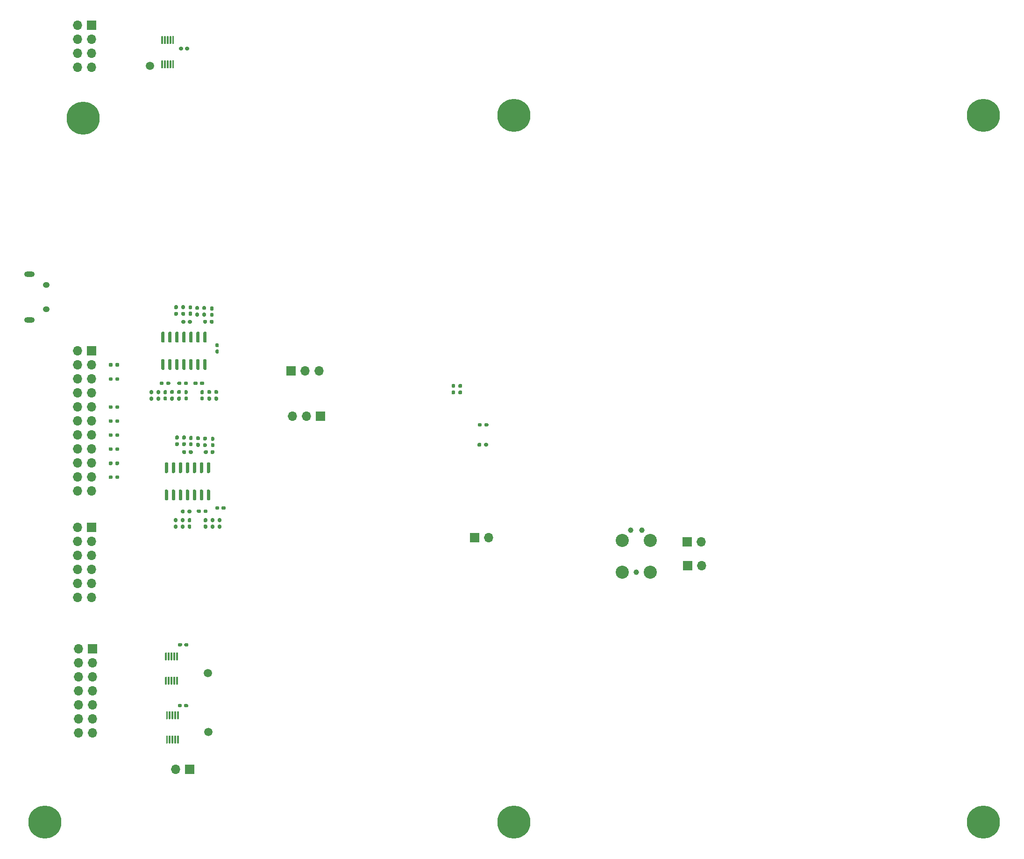
<source format=gts>
G04 #@! TF.GenerationSoftware,KiCad,Pcbnew,(5.1.9)-1*
G04 #@! TF.CreationDate,2021-06-08T08:09:59+01:00*
G04 #@! TF.ProjectId,Looper_Board,4c6f6f70-6572-45f4-926f-6172642e6b69,rev?*
G04 #@! TF.SameCoordinates,Original*
G04 #@! TF.FileFunction,Soldermask,Top*
G04 #@! TF.FilePolarity,Negative*
%FSLAX46Y46*%
G04 Gerber Fmt 4.6, Leading zero omitted, Abs format (unit mm)*
G04 Created by KiCad (PCBNEW (5.1.9)-1) date 2021-06-08 08:09:59*
%MOMM*%
%LPD*%
G01*
G04 APERTURE LIST*
%ADD10R,1.700000X1.700000*%
%ADD11O,1.700000X1.700000*%
%ADD12O,1.250000X1.050000*%
%ADD13O,1.900000X1.000000*%
%ADD14C,1.500000*%
%ADD15C,2.374900*%
%ADD16C,0.990600*%
%ADD17C,0.800000*%
%ADD18C,6.000000*%
G04 APERTURE END LIST*
G36*
G01*
X93004500Y-109792900D02*
X93304500Y-109792900D01*
G75*
G02*
X93454500Y-109942900I0J-150000D01*
G01*
X93454500Y-111592900D01*
G75*
G02*
X93304500Y-111742900I-150000J0D01*
G01*
X93004500Y-111742900D01*
G75*
G02*
X92854500Y-111592900I0J150000D01*
G01*
X92854500Y-109942900D01*
G75*
G02*
X93004500Y-109792900I150000J0D01*
G01*
G37*
G36*
G01*
X91734500Y-109792900D02*
X92034500Y-109792900D01*
G75*
G02*
X92184500Y-109942900I0J-150000D01*
G01*
X92184500Y-111592900D01*
G75*
G02*
X92034500Y-111742900I-150000J0D01*
G01*
X91734500Y-111742900D01*
G75*
G02*
X91584500Y-111592900I0J150000D01*
G01*
X91584500Y-109942900D01*
G75*
G02*
X91734500Y-109792900I150000J0D01*
G01*
G37*
G36*
G01*
X90464500Y-109792900D02*
X90764500Y-109792900D01*
G75*
G02*
X90914500Y-109942900I0J-150000D01*
G01*
X90914500Y-111592900D01*
G75*
G02*
X90764500Y-111742900I-150000J0D01*
G01*
X90464500Y-111742900D01*
G75*
G02*
X90314500Y-111592900I0J150000D01*
G01*
X90314500Y-109942900D01*
G75*
G02*
X90464500Y-109792900I150000J0D01*
G01*
G37*
G36*
G01*
X89194500Y-109792900D02*
X89494500Y-109792900D01*
G75*
G02*
X89644500Y-109942900I0J-150000D01*
G01*
X89644500Y-111592900D01*
G75*
G02*
X89494500Y-111742900I-150000J0D01*
G01*
X89194500Y-111742900D01*
G75*
G02*
X89044500Y-111592900I0J150000D01*
G01*
X89044500Y-109942900D01*
G75*
G02*
X89194500Y-109792900I150000J0D01*
G01*
G37*
G36*
G01*
X87924500Y-109792900D02*
X88224500Y-109792900D01*
G75*
G02*
X88374500Y-109942900I0J-150000D01*
G01*
X88374500Y-111592900D01*
G75*
G02*
X88224500Y-111742900I-150000J0D01*
G01*
X87924500Y-111742900D01*
G75*
G02*
X87774500Y-111592900I0J150000D01*
G01*
X87774500Y-109942900D01*
G75*
G02*
X87924500Y-109792900I150000J0D01*
G01*
G37*
G36*
G01*
X86654500Y-109792900D02*
X86954500Y-109792900D01*
G75*
G02*
X87104500Y-109942900I0J-150000D01*
G01*
X87104500Y-111592900D01*
G75*
G02*
X86954500Y-111742900I-150000J0D01*
G01*
X86654500Y-111742900D01*
G75*
G02*
X86504500Y-111592900I0J150000D01*
G01*
X86504500Y-109942900D01*
G75*
G02*
X86654500Y-109792900I150000J0D01*
G01*
G37*
G36*
G01*
X85384500Y-109792900D02*
X85684500Y-109792900D01*
G75*
G02*
X85834500Y-109942900I0J-150000D01*
G01*
X85834500Y-111592900D01*
G75*
G02*
X85684500Y-111742900I-150000J0D01*
G01*
X85384500Y-111742900D01*
G75*
G02*
X85234500Y-111592900I0J150000D01*
G01*
X85234500Y-109942900D01*
G75*
G02*
X85384500Y-109792900I150000J0D01*
G01*
G37*
G36*
G01*
X85384500Y-104842900D02*
X85684500Y-104842900D01*
G75*
G02*
X85834500Y-104992900I0J-150000D01*
G01*
X85834500Y-106642900D01*
G75*
G02*
X85684500Y-106792900I-150000J0D01*
G01*
X85384500Y-106792900D01*
G75*
G02*
X85234500Y-106642900I0J150000D01*
G01*
X85234500Y-104992900D01*
G75*
G02*
X85384500Y-104842900I150000J0D01*
G01*
G37*
G36*
G01*
X86654500Y-104842900D02*
X86954500Y-104842900D01*
G75*
G02*
X87104500Y-104992900I0J-150000D01*
G01*
X87104500Y-106642900D01*
G75*
G02*
X86954500Y-106792900I-150000J0D01*
G01*
X86654500Y-106792900D01*
G75*
G02*
X86504500Y-106642900I0J150000D01*
G01*
X86504500Y-104992900D01*
G75*
G02*
X86654500Y-104842900I150000J0D01*
G01*
G37*
G36*
G01*
X87924500Y-104842900D02*
X88224500Y-104842900D01*
G75*
G02*
X88374500Y-104992900I0J-150000D01*
G01*
X88374500Y-106642900D01*
G75*
G02*
X88224500Y-106792900I-150000J0D01*
G01*
X87924500Y-106792900D01*
G75*
G02*
X87774500Y-106642900I0J150000D01*
G01*
X87774500Y-104992900D01*
G75*
G02*
X87924500Y-104842900I150000J0D01*
G01*
G37*
G36*
G01*
X89194500Y-104842900D02*
X89494500Y-104842900D01*
G75*
G02*
X89644500Y-104992900I0J-150000D01*
G01*
X89644500Y-106642900D01*
G75*
G02*
X89494500Y-106792900I-150000J0D01*
G01*
X89194500Y-106792900D01*
G75*
G02*
X89044500Y-106642900I0J150000D01*
G01*
X89044500Y-104992900D01*
G75*
G02*
X89194500Y-104842900I150000J0D01*
G01*
G37*
G36*
G01*
X90464500Y-104842900D02*
X90764500Y-104842900D01*
G75*
G02*
X90914500Y-104992900I0J-150000D01*
G01*
X90914500Y-106642900D01*
G75*
G02*
X90764500Y-106792900I-150000J0D01*
G01*
X90464500Y-106792900D01*
G75*
G02*
X90314500Y-106642900I0J150000D01*
G01*
X90314500Y-104992900D01*
G75*
G02*
X90464500Y-104842900I150000J0D01*
G01*
G37*
G36*
G01*
X91734500Y-104842900D02*
X92034500Y-104842900D01*
G75*
G02*
X92184500Y-104992900I0J-150000D01*
G01*
X92184500Y-106642900D01*
G75*
G02*
X92034500Y-106792900I-150000J0D01*
G01*
X91734500Y-106792900D01*
G75*
G02*
X91584500Y-106642900I0J150000D01*
G01*
X91584500Y-104992900D01*
G75*
G02*
X91734500Y-104842900I150000J0D01*
G01*
G37*
G36*
G01*
X93004500Y-104842900D02*
X93304500Y-104842900D01*
G75*
G02*
X93454500Y-104992900I0J-150000D01*
G01*
X93454500Y-106642900D01*
G75*
G02*
X93304500Y-106792900I-150000J0D01*
G01*
X93004500Y-106792900D01*
G75*
G02*
X92854500Y-106642900I0J150000D01*
G01*
X92854500Y-104992900D01*
G75*
G02*
X93004500Y-104842900I150000J0D01*
G01*
G37*
D10*
X90360500Y-184099200D03*
D11*
X87820500Y-184099200D03*
G36*
G01*
X94554100Y-100980900D02*
X94244100Y-100980900D01*
G75*
G02*
X94089100Y-100825900I0J155000D01*
G01*
X94089100Y-100400900D01*
G75*
G02*
X94244100Y-100245900I155000J0D01*
G01*
X94554100Y-100245900D01*
G75*
G02*
X94709100Y-100400900I0J-155000D01*
G01*
X94709100Y-100825900D01*
G75*
G02*
X94554100Y-100980900I-155000J0D01*
G01*
G37*
G36*
G01*
X94554100Y-102115900D02*
X94244100Y-102115900D01*
G75*
G02*
X94089100Y-101960900I0J155000D01*
G01*
X94089100Y-101535900D01*
G75*
G02*
X94244100Y-101380900I155000J0D01*
G01*
X94554100Y-101380900D01*
G75*
G02*
X94709100Y-101535900I0J-155000D01*
G01*
X94709100Y-101960900D01*
G75*
G02*
X94554100Y-102115900I-155000J0D01*
G01*
G37*
G36*
G01*
X89392100Y-161724400D02*
X89392100Y-161414400D01*
G75*
G02*
X89547100Y-161259400I155000J0D01*
G01*
X89972100Y-161259400D01*
G75*
G02*
X90127100Y-161414400I0J-155000D01*
G01*
X90127100Y-161724400D01*
G75*
G02*
X89972100Y-161879400I-155000J0D01*
G01*
X89547100Y-161879400D01*
G75*
G02*
X89392100Y-161724400I0J155000D01*
G01*
G37*
G36*
G01*
X88257100Y-161724400D02*
X88257100Y-161414400D01*
G75*
G02*
X88412100Y-161259400I155000J0D01*
G01*
X88837100Y-161259400D01*
G75*
G02*
X88992100Y-161414400I0J-155000D01*
G01*
X88992100Y-161724400D01*
G75*
G02*
X88837100Y-161879400I-155000J0D01*
G01*
X88412100Y-161879400D01*
G75*
G02*
X88257100Y-161724400I0J155000D01*
G01*
G37*
G36*
G01*
X89557800Y-116544700D02*
X89867800Y-116544700D01*
G75*
G02*
X90022800Y-116699700I0J-155000D01*
G01*
X90022800Y-117124700D01*
G75*
G02*
X89867800Y-117279700I-155000J0D01*
G01*
X89557800Y-117279700D01*
G75*
G02*
X89402800Y-117124700I0J155000D01*
G01*
X89402800Y-116699700D01*
G75*
G02*
X89557800Y-116544700I155000J0D01*
G01*
G37*
G36*
G01*
X89557800Y-115409700D02*
X89867800Y-115409700D01*
G75*
G02*
X90022800Y-115564700I0J-155000D01*
G01*
X90022800Y-115989700D01*
G75*
G02*
X89867800Y-116144700I-155000J0D01*
G01*
X89557800Y-116144700D01*
G75*
G02*
X89402800Y-115989700I0J155000D01*
G01*
X89402800Y-115564700D01*
G75*
G02*
X89557800Y-115409700I155000J0D01*
G01*
G37*
G36*
G01*
X92478800Y-115409700D02*
X92788800Y-115409700D01*
G75*
G02*
X92943800Y-115564700I0J-155000D01*
G01*
X92943800Y-115989700D01*
G75*
G02*
X92788800Y-116144700I-155000J0D01*
G01*
X92478800Y-116144700D01*
G75*
G02*
X92323800Y-115989700I0J155000D01*
G01*
X92323800Y-115564700D01*
G75*
G02*
X92478800Y-115409700I155000J0D01*
G01*
G37*
G36*
G01*
X92478800Y-116544700D02*
X92788800Y-116544700D01*
G75*
G02*
X92943800Y-116699700I0J-155000D01*
G01*
X92943800Y-117124700D01*
G75*
G02*
X92788800Y-117279700I-155000J0D01*
G01*
X92478800Y-117279700D01*
G75*
G02*
X92323800Y-117124700I0J155000D01*
G01*
X92323800Y-116699700D01*
G75*
G02*
X92478800Y-116544700I155000J0D01*
G01*
G37*
G36*
G01*
X94693800Y-125737900D02*
X94383800Y-125737900D01*
G75*
G02*
X94228800Y-125582900I0J155000D01*
G01*
X94228800Y-125157900D01*
G75*
G02*
X94383800Y-125002900I155000J0D01*
G01*
X94693800Y-125002900D01*
G75*
G02*
X94848800Y-125157900I0J-155000D01*
G01*
X94848800Y-125582900D01*
G75*
G02*
X94693800Y-125737900I-155000J0D01*
G01*
G37*
G36*
G01*
X94693800Y-124602900D02*
X94383800Y-124602900D01*
G75*
G02*
X94228800Y-124447900I0J155000D01*
G01*
X94228800Y-124022900D01*
G75*
G02*
X94383800Y-123867900I155000J0D01*
G01*
X94693800Y-123867900D01*
G75*
G02*
X94848800Y-124022900I0J-155000D01*
G01*
X94848800Y-124447900D01*
G75*
G02*
X94693800Y-124602900I-155000J0D01*
G01*
G37*
G36*
G01*
X90756800Y-125585500D02*
X90446800Y-125585500D01*
G75*
G02*
X90291800Y-125430500I0J155000D01*
G01*
X90291800Y-125005500D01*
G75*
G02*
X90446800Y-124850500I155000J0D01*
G01*
X90756800Y-124850500D01*
G75*
G02*
X90911800Y-125005500I0J-155000D01*
G01*
X90911800Y-125430500D01*
G75*
G02*
X90756800Y-125585500I-155000J0D01*
G01*
G37*
G36*
G01*
X90756800Y-124450500D02*
X90446800Y-124450500D01*
G75*
G02*
X90291800Y-124295500I0J155000D01*
G01*
X90291800Y-123870500D01*
G75*
G02*
X90446800Y-123715500I155000J0D01*
G01*
X90756800Y-123715500D01*
G75*
G02*
X90911800Y-123870500I0J-155000D01*
G01*
X90911800Y-124295500D01*
G75*
G02*
X90756800Y-124450500I-155000J0D01*
G01*
G37*
G36*
G01*
X90192800Y-139760300D02*
X90502800Y-139760300D01*
G75*
G02*
X90657800Y-139915300I0J-155000D01*
G01*
X90657800Y-140340300D01*
G75*
G02*
X90502800Y-140495300I-155000J0D01*
G01*
X90192800Y-140495300D01*
G75*
G02*
X90037800Y-140340300I0J155000D01*
G01*
X90037800Y-139915300D01*
G75*
G02*
X90192800Y-139760300I155000J0D01*
G01*
G37*
G36*
G01*
X90192800Y-138625300D02*
X90502800Y-138625300D01*
G75*
G02*
X90657800Y-138780300I0J-155000D01*
G01*
X90657800Y-139205300D01*
G75*
G02*
X90502800Y-139360300I-155000J0D01*
G01*
X90192800Y-139360300D01*
G75*
G02*
X90037800Y-139205300I0J155000D01*
G01*
X90037800Y-138780300D01*
G75*
G02*
X90192800Y-138625300I155000J0D01*
G01*
G37*
G36*
G01*
X89354000Y-172748000D02*
X89354000Y-172438000D01*
G75*
G02*
X89509000Y-172283000I155000J0D01*
G01*
X89934000Y-172283000D01*
G75*
G02*
X90089000Y-172438000I0J-155000D01*
G01*
X90089000Y-172748000D01*
G75*
G02*
X89934000Y-172903000I-155000J0D01*
G01*
X89509000Y-172903000D01*
G75*
G02*
X89354000Y-172748000I0J155000D01*
G01*
G37*
G36*
G01*
X88219000Y-172748000D02*
X88219000Y-172438000D01*
G75*
G02*
X88374000Y-172283000I155000J0D01*
G01*
X88799000Y-172283000D01*
G75*
G02*
X88954000Y-172438000I0J-155000D01*
G01*
X88954000Y-172748000D01*
G75*
G02*
X88799000Y-172903000I-155000J0D01*
G01*
X88374000Y-172903000D01*
G75*
G02*
X88219000Y-172748000I0J155000D01*
G01*
G37*
G36*
G01*
X93088400Y-138625300D02*
X93398400Y-138625300D01*
G75*
G02*
X93553400Y-138780300I0J-155000D01*
G01*
X93553400Y-139205300D01*
G75*
G02*
X93398400Y-139360300I-155000J0D01*
G01*
X93088400Y-139360300D01*
G75*
G02*
X92933400Y-139205300I0J155000D01*
G01*
X92933400Y-138780300D01*
G75*
G02*
X93088400Y-138625300I155000J0D01*
G01*
G37*
G36*
G01*
X93088400Y-139760300D02*
X93398400Y-139760300D01*
G75*
G02*
X93553400Y-139915300I0J-155000D01*
G01*
X93553400Y-140340300D01*
G75*
G02*
X93398400Y-140495300I-155000J0D01*
G01*
X93088400Y-140495300D01*
G75*
G02*
X92933400Y-140340300I0J155000D01*
G01*
X92933400Y-139915300D01*
G75*
G02*
X93088400Y-139760300I155000J0D01*
G01*
G37*
G36*
G01*
X85798600Y-116557400D02*
X86108600Y-116557400D01*
G75*
G02*
X86263600Y-116712400I0J-155000D01*
G01*
X86263600Y-117137400D01*
G75*
G02*
X86108600Y-117292400I-155000J0D01*
G01*
X85798600Y-117292400D01*
G75*
G02*
X85643600Y-117137400I0J155000D01*
G01*
X85643600Y-116712400D01*
G75*
G02*
X85798600Y-116557400I155000J0D01*
G01*
G37*
G36*
G01*
X85798600Y-115422400D02*
X86108600Y-115422400D01*
G75*
G02*
X86263600Y-115577400I0J-155000D01*
G01*
X86263600Y-116002400D01*
G75*
G02*
X86108600Y-116157400I-155000J0D01*
G01*
X85798600Y-116157400D01*
G75*
G02*
X85643600Y-116002400I0J155000D01*
G01*
X85643600Y-115577400D01*
G75*
G02*
X85798600Y-115422400I155000J0D01*
G01*
G37*
G36*
G01*
X88422200Y-53647400D02*
X88422200Y-53337400D01*
G75*
G02*
X88577200Y-53182400I155000J0D01*
G01*
X89002200Y-53182400D01*
G75*
G02*
X89157200Y-53337400I0J-155000D01*
G01*
X89157200Y-53647400D01*
G75*
G02*
X89002200Y-53802400I-155000J0D01*
G01*
X88577200Y-53802400D01*
G75*
G02*
X88422200Y-53647400I0J155000D01*
G01*
G37*
G36*
G01*
X89557200Y-53647400D02*
X89557200Y-53337400D01*
G75*
G02*
X89712200Y-53182400I155000J0D01*
G01*
X90137200Y-53182400D01*
G75*
G02*
X90292200Y-53337400I0J-155000D01*
G01*
X90292200Y-53647400D01*
G75*
G02*
X90137200Y-53802400I-155000J0D01*
G01*
X89712200Y-53802400D01*
G75*
G02*
X89557200Y-53647400I0J155000D01*
G01*
G37*
G36*
G01*
X90642500Y-101912700D02*
X90332500Y-101912700D01*
G75*
G02*
X90177500Y-101757700I0J155000D01*
G01*
X90177500Y-101332700D01*
G75*
G02*
X90332500Y-101177700I155000J0D01*
G01*
X90642500Y-101177700D01*
G75*
G02*
X90797500Y-101332700I0J-155000D01*
G01*
X90797500Y-101757700D01*
G75*
G02*
X90642500Y-101912700I-155000J0D01*
G01*
G37*
G36*
G01*
X90642500Y-100777700D02*
X90332500Y-100777700D01*
G75*
G02*
X90177500Y-100622700I0J155000D01*
G01*
X90177500Y-100197700D01*
G75*
G02*
X90332500Y-100042700I155000J0D01*
G01*
X90642500Y-100042700D01*
G75*
G02*
X90797500Y-100197700I0J-155000D01*
G01*
X90797500Y-100622700D01*
G75*
G02*
X90642500Y-100777700I-155000J0D01*
G01*
G37*
G36*
G01*
X95506600Y-107635700D02*
X95196600Y-107635700D01*
G75*
G02*
X95041600Y-107480700I0J155000D01*
G01*
X95041600Y-107055700D01*
G75*
G02*
X95196600Y-106900700I155000J0D01*
G01*
X95506600Y-106900700D01*
G75*
G02*
X95661600Y-107055700I0J-155000D01*
G01*
X95661600Y-107480700D01*
G75*
G02*
X95506600Y-107635700I-155000J0D01*
G01*
G37*
G36*
G01*
X95506600Y-108770700D02*
X95196600Y-108770700D01*
G75*
G02*
X95041600Y-108615700I0J155000D01*
G01*
X95041600Y-108190700D01*
G75*
G02*
X95196600Y-108035700I155000J0D01*
G01*
X95506600Y-108035700D01*
G75*
G02*
X95661600Y-108190700I0J-155000D01*
G01*
X95661600Y-108615700D01*
G75*
G02*
X95506600Y-108770700I-155000J0D01*
G01*
G37*
G36*
G01*
X96135800Y-136921300D02*
X96135800Y-136611300D01*
G75*
G02*
X96290800Y-136456300I155000J0D01*
G01*
X96715800Y-136456300D01*
G75*
G02*
X96870800Y-136611300I0J-155000D01*
G01*
X96870800Y-136921300D01*
G75*
G02*
X96715800Y-137076300I-155000J0D01*
G01*
X96290800Y-137076300D01*
G75*
G02*
X96135800Y-136921300I0J155000D01*
G01*
G37*
G36*
G01*
X95000800Y-136921300D02*
X95000800Y-136611300D01*
G75*
G02*
X95155800Y-136456300I155000J0D01*
G01*
X95580800Y-136456300D01*
G75*
G02*
X95735800Y-136611300I0J-155000D01*
G01*
X95735800Y-136921300D01*
G75*
G02*
X95580800Y-137076300I-155000J0D01*
G01*
X95155800Y-137076300D01*
G75*
G02*
X95000800Y-136921300I0J155000D01*
G01*
G37*
D10*
X72720200Y-162267900D03*
D11*
X70180200Y-162267900D03*
X72720200Y-164807900D03*
X70180200Y-164807900D03*
X72720200Y-167347900D03*
X70180200Y-167347900D03*
X72720200Y-169887900D03*
X70180200Y-169887900D03*
X72720200Y-172427900D03*
X70180200Y-172427900D03*
X72720200Y-174967900D03*
X70180200Y-174967900D03*
X72720200Y-177507900D03*
X70180200Y-177507900D03*
X113804700Y-111937800D03*
X111264700Y-111937800D03*
D10*
X108724700Y-111937800D03*
X114096800Y-120116600D03*
D11*
X111556800Y-120116600D03*
X109016800Y-120116600D03*
D12*
X64366400Y-100777000D03*
X64366400Y-96327000D03*
D13*
X61366400Y-102727000D03*
X61366400Y-94377000D03*
D10*
X72593200Y-49237900D03*
D11*
X70053200Y-49237900D03*
X72593200Y-51777900D03*
X70053200Y-51777900D03*
X72593200Y-54317900D03*
X70053200Y-54317900D03*
X72593200Y-56857900D03*
X70053200Y-56857900D03*
D10*
X142036800Y-142151100D03*
D11*
X144576800Y-142151100D03*
D10*
X72567800Y-140296900D03*
D11*
X70027800Y-140296900D03*
X72567800Y-142836900D03*
X70027800Y-142836900D03*
X72567800Y-145376900D03*
X70027800Y-145376900D03*
X72567800Y-147916900D03*
X70027800Y-147916900D03*
X72567800Y-150456900D03*
X70027800Y-150456900D03*
X72567800Y-152996900D03*
X70027800Y-152996900D03*
D10*
X180543200Y-142925800D03*
D11*
X183083200Y-142925800D03*
X183172100Y-147243800D03*
D10*
X180632100Y-147243800D03*
G36*
G01*
X77612200Y-110660200D02*
X77612200Y-110980200D01*
G75*
G02*
X77452200Y-111140200I-160000J0D01*
G01*
X77057200Y-111140200D01*
G75*
G02*
X76897200Y-110980200I0J160000D01*
G01*
X76897200Y-110660200D01*
G75*
G02*
X77057200Y-110500200I160000J0D01*
G01*
X77452200Y-110500200D01*
G75*
G02*
X77612200Y-110660200I0J-160000D01*
G01*
G37*
G36*
G01*
X76417200Y-110660200D02*
X76417200Y-110980200D01*
G75*
G02*
X76257200Y-111140200I-160000J0D01*
G01*
X75862200Y-111140200D01*
G75*
G02*
X75702200Y-110980200I0J160000D01*
G01*
X75702200Y-110660200D01*
G75*
G02*
X75862200Y-110500200I160000J0D01*
G01*
X76257200Y-110500200D01*
G75*
G02*
X76417200Y-110660200I0J-160000D01*
G01*
G37*
G36*
G01*
X76417200Y-113225600D02*
X76417200Y-113545600D01*
G75*
G02*
X76257200Y-113705600I-160000J0D01*
G01*
X75862200Y-113705600D01*
G75*
G02*
X75702200Y-113545600I0J160000D01*
G01*
X75702200Y-113225600D01*
G75*
G02*
X75862200Y-113065600I160000J0D01*
G01*
X76257200Y-113065600D01*
G75*
G02*
X76417200Y-113225600I0J-160000D01*
G01*
G37*
G36*
G01*
X77612200Y-113225600D02*
X77612200Y-113545600D01*
G75*
G02*
X77452200Y-113705600I-160000J0D01*
G01*
X77057200Y-113705600D01*
G75*
G02*
X76897200Y-113545600I0J160000D01*
G01*
X76897200Y-113225600D01*
G75*
G02*
X77057200Y-113065600I160000J0D01*
G01*
X77452200Y-113065600D01*
G75*
G02*
X77612200Y-113225600I0J-160000D01*
G01*
G37*
G36*
G01*
X77596960Y-118303060D02*
X77596960Y-118623060D01*
G75*
G02*
X77436960Y-118783060I-160000J0D01*
G01*
X77041960Y-118783060D01*
G75*
G02*
X76881960Y-118623060I0J160000D01*
G01*
X76881960Y-118303060D01*
G75*
G02*
X77041960Y-118143060I160000J0D01*
G01*
X77436960Y-118143060D01*
G75*
G02*
X77596960Y-118303060I0J-160000D01*
G01*
G37*
G36*
G01*
X76401960Y-118303060D02*
X76401960Y-118623060D01*
G75*
G02*
X76241960Y-118783060I-160000J0D01*
G01*
X75846960Y-118783060D01*
G75*
G02*
X75686960Y-118623060I0J160000D01*
G01*
X75686960Y-118303060D01*
G75*
G02*
X75846960Y-118143060I160000J0D01*
G01*
X76241960Y-118143060D01*
G75*
G02*
X76401960Y-118303060I0J-160000D01*
G01*
G37*
G36*
G01*
X76401960Y-120843060D02*
X76401960Y-121163060D01*
G75*
G02*
X76241960Y-121323060I-160000J0D01*
G01*
X75846960Y-121323060D01*
G75*
G02*
X75686960Y-121163060I0J160000D01*
G01*
X75686960Y-120843060D01*
G75*
G02*
X75846960Y-120683060I160000J0D01*
G01*
X76241960Y-120683060D01*
G75*
G02*
X76401960Y-120843060I0J-160000D01*
G01*
G37*
G36*
G01*
X77596960Y-120843060D02*
X77596960Y-121163060D01*
G75*
G02*
X77436960Y-121323060I-160000J0D01*
G01*
X77041960Y-121323060D01*
G75*
G02*
X76881960Y-121163060I0J160000D01*
G01*
X76881960Y-120843060D01*
G75*
G02*
X77041960Y-120683060I160000J0D01*
G01*
X77436960Y-120683060D01*
G75*
G02*
X77596960Y-120843060I0J-160000D01*
G01*
G37*
G36*
G01*
X91892100Y-102059700D02*
X91572100Y-102059700D01*
G75*
G02*
X91412100Y-101899700I0J160000D01*
G01*
X91412100Y-101504700D01*
G75*
G02*
X91572100Y-101344700I160000J0D01*
G01*
X91892100Y-101344700D01*
G75*
G02*
X92052100Y-101504700I0J-160000D01*
G01*
X92052100Y-101899700D01*
G75*
G02*
X91892100Y-102059700I-160000J0D01*
G01*
G37*
G36*
G01*
X91892100Y-100864700D02*
X91572100Y-100864700D01*
G75*
G02*
X91412100Y-100704700I0J160000D01*
G01*
X91412100Y-100309700D01*
G75*
G02*
X91572100Y-100149700I160000J0D01*
G01*
X91892100Y-100149700D01*
G75*
G02*
X92052100Y-100309700I0J-160000D01*
G01*
X92052100Y-100704700D01*
G75*
G02*
X91892100Y-100864700I-160000J0D01*
G01*
G37*
G36*
G01*
X88056700Y-100737700D02*
X87736700Y-100737700D01*
G75*
G02*
X87576700Y-100577700I0J160000D01*
G01*
X87576700Y-100182700D01*
G75*
G02*
X87736700Y-100022700I160000J0D01*
G01*
X88056700Y-100022700D01*
G75*
G02*
X88216700Y-100182700I0J-160000D01*
G01*
X88216700Y-100577700D01*
G75*
G02*
X88056700Y-100737700I-160000J0D01*
G01*
G37*
G36*
G01*
X88056700Y-101932700D02*
X87736700Y-101932700D01*
G75*
G02*
X87576700Y-101772700I0J160000D01*
G01*
X87576700Y-101377700D01*
G75*
G02*
X87736700Y-101217700I160000J0D01*
G01*
X88056700Y-101217700D01*
G75*
G02*
X88216700Y-101377700I0J-160000D01*
G01*
X88216700Y-101772700D01*
G75*
G02*
X88056700Y-101932700I-160000J0D01*
G01*
G37*
G36*
G01*
X87012800Y-115389700D02*
X87332800Y-115389700D01*
G75*
G02*
X87492800Y-115549700I0J-160000D01*
G01*
X87492800Y-115944700D01*
G75*
G02*
X87332800Y-116104700I-160000J0D01*
G01*
X87012800Y-116104700D01*
G75*
G02*
X86852800Y-115944700I0J160000D01*
G01*
X86852800Y-115549700D01*
G75*
G02*
X87012800Y-115389700I160000J0D01*
G01*
G37*
G36*
G01*
X87012800Y-116584700D02*
X87332800Y-116584700D01*
G75*
G02*
X87492800Y-116744700I0J-160000D01*
G01*
X87492800Y-117139700D01*
G75*
G02*
X87332800Y-117299700I-160000J0D01*
G01*
X87012800Y-117299700D01*
G75*
G02*
X86852800Y-117139700I0J160000D01*
G01*
X86852800Y-116744700D01*
G75*
G02*
X87012800Y-116584700I160000J0D01*
G01*
G37*
G36*
G01*
X95013800Y-116584700D02*
X95333800Y-116584700D01*
G75*
G02*
X95493800Y-116744700I0J-160000D01*
G01*
X95493800Y-117139700D01*
G75*
G02*
X95333800Y-117299700I-160000J0D01*
G01*
X95013800Y-117299700D01*
G75*
G02*
X94853800Y-117139700I0J160000D01*
G01*
X94853800Y-116744700D01*
G75*
G02*
X95013800Y-116584700I160000J0D01*
G01*
G37*
G36*
G01*
X95013800Y-115389700D02*
X95333800Y-115389700D01*
G75*
G02*
X95493800Y-115549700I0J-160000D01*
G01*
X95493800Y-115944700D01*
G75*
G02*
X95333800Y-116104700I-160000J0D01*
G01*
X95013800Y-116104700D01*
G75*
G02*
X94853800Y-115944700I0J160000D01*
G01*
X94853800Y-115549700D01*
G75*
G02*
X95013800Y-115389700I160000J0D01*
G01*
G37*
G36*
G01*
X93162100Y-100864700D02*
X92842100Y-100864700D01*
G75*
G02*
X92682100Y-100704700I0J160000D01*
G01*
X92682100Y-100309700D01*
G75*
G02*
X92842100Y-100149700I160000J0D01*
G01*
X93162100Y-100149700D01*
G75*
G02*
X93322100Y-100309700I0J-160000D01*
G01*
X93322100Y-100704700D01*
G75*
G02*
X93162100Y-100864700I-160000J0D01*
G01*
G37*
G36*
G01*
X93162100Y-102059700D02*
X92842100Y-102059700D01*
G75*
G02*
X92682100Y-101899700I0J160000D01*
G01*
X92682100Y-101504700D01*
G75*
G02*
X92842100Y-101344700I160000J0D01*
G01*
X93162100Y-101344700D01*
G75*
G02*
X93322100Y-101504700I0J-160000D01*
G01*
X93322100Y-101899700D01*
G75*
G02*
X93162100Y-102059700I-160000J0D01*
G01*
G37*
G36*
G01*
X89352100Y-101932700D02*
X89032100Y-101932700D01*
G75*
G02*
X88872100Y-101772700I0J160000D01*
G01*
X88872100Y-101377700D01*
G75*
G02*
X89032100Y-101217700I160000J0D01*
G01*
X89352100Y-101217700D01*
G75*
G02*
X89512100Y-101377700I0J-160000D01*
G01*
X89512100Y-101772700D01*
G75*
G02*
X89352100Y-101932700I-160000J0D01*
G01*
G37*
G36*
G01*
X89352100Y-100737700D02*
X89032100Y-100737700D01*
G75*
G02*
X88872100Y-100577700I0J160000D01*
G01*
X88872100Y-100182700D01*
G75*
G02*
X89032100Y-100022700I160000J0D01*
G01*
X89352100Y-100022700D01*
G75*
G02*
X89512100Y-100182700I0J-160000D01*
G01*
X89512100Y-100577700D01*
G75*
G02*
X89352100Y-100737700I-160000J0D01*
G01*
G37*
G36*
G01*
X88282800Y-116584700D02*
X88602800Y-116584700D01*
G75*
G02*
X88762800Y-116744700I0J-160000D01*
G01*
X88762800Y-117139700D01*
G75*
G02*
X88602800Y-117299700I-160000J0D01*
G01*
X88282800Y-117299700D01*
G75*
G02*
X88122800Y-117139700I0J160000D01*
G01*
X88122800Y-116744700D01*
G75*
G02*
X88282800Y-116584700I160000J0D01*
G01*
G37*
G36*
G01*
X88282800Y-115389700D02*
X88602800Y-115389700D01*
G75*
G02*
X88762800Y-115549700I0J-160000D01*
G01*
X88762800Y-115944700D01*
G75*
G02*
X88602800Y-116104700I-160000J0D01*
G01*
X88282800Y-116104700D01*
G75*
G02*
X88122800Y-115944700I0J160000D01*
G01*
X88122800Y-115549700D01*
G75*
G02*
X88282800Y-115389700I160000J0D01*
G01*
G37*
G36*
G01*
X93743800Y-115389700D02*
X94063800Y-115389700D01*
G75*
G02*
X94223800Y-115549700I0J-160000D01*
G01*
X94223800Y-115944700D01*
G75*
G02*
X94063800Y-116104700I-160000J0D01*
G01*
X93743800Y-116104700D01*
G75*
G02*
X93583800Y-115944700I0J160000D01*
G01*
X93583800Y-115549700D01*
G75*
G02*
X93743800Y-115389700I160000J0D01*
G01*
G37*
G36*
G01*
X93743800Y-116584700D02*
X94063800Y-116584700D01*
G75*
G02*
X94223800Y-116744700I0J-160000D01*
G01*
X94223800Y-117139700D01*
G75*
G02*
X94063800Y-117299700I-160000J0D01*
G01*
X93743800Y-117299700D01*
G75*
G02*
X93583800Y-117139700I0J160000D01*
G01*
X93583800Y-116744700D01*
G75*
G02*
X93743800Y-116584700I160000J0D01*
G01*
G37*
G36*
G01*
X92809100Y-103169700D02*
X92809100Y-102849700D01*
G75*
G02*
X92969100Y-102689700I160000J0D01*
G01*
X93364100Y-102689700D01*
G75*
G02*
X93524100Y-102849700I0J-160000D01*
G01*
X93524100Y-103169700D01*
G75*
G02*
X93364100Y-103329700I-160000J0D01*
G01*
X92969100Y-103329700D01*
G75*
G02*
X92809100Y-103169700I0J160000D01*
G01*
G37*
G36*
G01*
X94004100Y-103169700D02*
X94004100Y-102849700D01*
G75*
G02*
X94164100Y-102689700I160000J0D01*
G01*
X94559100Y-102689700D01*
G75*
G02*
X94719100Y-102849700I0J-160000D01*
G01*
X94719100Y-103169700D01*
G75*
G02*
X94559100Y-103329700I-160000J0D01*
G01*
X94164100Y-103329700D01*
G75*
G02*
X94004100Y-103169700I0J160000D01*
G01*
G37*
G36*
G01*
X90067100Y-103169700D02*
X90067100Y-102849700D01*
G75*
G02*
X90227100Y-102689700I160000J0D01*
G01*
X90622100Y-102689700D01*
G75*
G02*
X90782100Y-102849700I0J-160000D01*
G01*
X90782100Y-103169700D01*
G75*
G02*
X90622100Y-103329700I-160000J0D01*
G01*
X90227100Y-103329700D01*
G75*
G02*
X90067100Y-103169700I0J160000D01*
G01*
G37*
G36*
G01*
X88872100Y-103169700D02*
X88872100Y-102849700D01*
G75*
G02*
X89032100Y-102689700I160000J0D01*
G01*
X89427100Y-102689700D01*
G75*
G02*
X89587100Y-102849700I0J-160000D01*
G01*
X89587100Y-103169700D01*
G75*
G02*
X89427100Y-103329700I-160000J0D01*
G01*
X89032100Y-103329700D01*
G75*
G02*
X88872100Y-103169700I0J160000D01*
G01*
G37*
G36*
G01*
X88122800Y-114320300D02*
X88122800Y-114000300D01*
G75*
G02*
X88282800Y-113840300I160000J0D01*
G01*
X88677800Y-113840300D01*
G75*
G02*
X88837800Y-114000300I0J-160000D01*
G01*
X88837800Y-114320300D01*
G75*
G02*
X88677800Y-114480300I-160000J0D01*
G01*
X88282800Y-114480300D01*
G75*
G02*
X88122800Y-114320300I0J160000D01*
G01*
G37*
G36*
G01*
X89317800Y-114320300D02*
X89317800Y-114000300D01*
G75*
G02*
X89477800Y-113840300I160000J0D01*
G01*
X89872800Y-113840300D01*
G75*
G02*
X90032800Y-114000300I0J-160000D01*
G01*
X90032800Y-114320300D01*
G75*
G02*
X89872800Y-114480300I-160000J0D01*
G01*
X89477800Y-114480300D01*
G75*
G02*
X89317800Y-114320300I0J160000D01*
G01*
G37*
G36*
G01*
X92264200Y-114320300D02*
X92264200Y-114000300D01*
G75*
G02*
X92424200Y-113840300I160000J0D01*
G01*
X92819200Y-113840300D01*
G75*
G02*
X92979200Y-114000300I0J-160000D01*
G01*
X92979200Y-114320300D01*
G75*
G02*
X92819200Y-114480300I-160000J0D01*
G01*
X92424200Y-114480300D01*
G75*
G02*
X92264200Y-114320300I0J160000D01*
G01*
G37*
G36*
G01*
X91069200Y-114320300D02*
X91069200Y-114000300D01*
G75*
G02*
X91229200Y-113840300I160000J0D01*
G01*
X91624200Y-113840300D01*
G75*
G02*
X91784200Y-114000300I0J-160000D01*
G01*
X91784200Y-114320300D01*
G75*
G02*
X91624200Y-114480300I-160000J0D01*
G01*
X91229200Y-114480300D01*
G75*
G02*
X91069200Y-114320300I0J160000D01*
G01*
G37*
G36*
G01*
X76401960Y-123383060D02*
X76401960Y-123703060D01*
G75*
G02*
X76241960Y-123863060I-160000J0D01*
G01*
X75846960Y-123863060D01*
G75*
G02*
X75686960Y-123703060I0J160000D01*
G01*
X75686960Y-123383060D01*
G75*
G02*
X75846960Y-123223060I160000J0D01*
G01*
X76241960Y-123223060D01*
G75*
G02*
X76401960Y-123383060I0J-160000D01*
G01*
G37*
G36*
G01*
X77596960Y-123383060D02*
X77596960Y-123703060D01*
G75*
G02*
X77436960Y-123863060I-160000J0D01*
G01*
X77041960Y-123863060D01*
G75*
G02*
X76881960Y-123703060I0J160000D01*
G01*
X76881960Y-123383060D01*
G75*
G02*
X77041960Y-123223060I160000J0D01*
G01*
X77436960Y-123223060D01*
G75*
G02*
X77596960Y-123383060I0J-160000D01*
G01*
G37*
G36*
G01*
X76401960Y-125923060D02*
X76401960Y-126243060D01*
G75*
G02*
X76241960Y-126403060I-160000J0D01*
G01*
X75846960Y-126403060D01*
G75*
G02*
X75686960Y-126243060I0J160000D01*
G01*
X75686960Y-125923060D01*
G75*
G02*
X75846960Y-125763060I160000J0D01*
G01*
X76241960Y-125763060D01*
G75*
G02*
X76401960Y-125923060I0J-160000D01*
G01*
G37*
G36*
G01*
X77596960Y-125923060D02*
X77596960Y-126243060D01*
G75*
G02*
X77436960Y-126403060I-160000J0D01*
G01*
X77041960Y-126403060D01*
G75*
G02*
X76881960Y-126243060I0J160000D01*
G01*
X76881960Y-125923060D01*
G75*
G02*
X77041960Y-125763060I160000J0D01*
G01*
X77436960Y-125763060D01*
G75*
G02*
X77596960Y-125923060I0J-160000D01*
G01*
G37*
G36*
G01*
X77596960Y-128511320D02*
X77596960Y-128831320D01*
G75*
G02*
X77436960Y-128991320I-160000J0D01*
G01*
X77041960Y-128991320D01*
G75*
G02*
X76881960Y-128831320I0J160000D01*
G01*
X76881960Y-128511320D01*
G75*
G02*
X77041960Y-128351320I160000J0D01*
G01*
X77436960Y-128351320D01*
G75*
G02*
X77596960Y-128511320I0J-160000D01*
G01*
G37*
G36*
G01*
X76401960Y-128511320D02*
X76401960Y-128831320D01*
G75*
G02*
X76241960Y-128991320I-160000J0D01*
G01*
X75846960Y-128991320D01*
G75*
G02*
X75686960Y-128831320I0J160000D01*
G01*
X75686960Y-128511320D01*
G75*
G02*
X75846960Y-128351320I160000J0D01*
G01*
X76241960Y-128351320D01*
G75*
G02*
X76401960Y-128511320I0J-160000D01*
G01*
G37*
G36*
G01*
X77596960Y-131036080D02*
X77596960Y-131356080D01*
G75*
G02*
X77436960Y-131516080I-160000J0D01*
G01*
X77041960Y-131516080D01*
G75*
G02*
X76881960Y-131356080I0J160000D01*
G01*
X76881960Y-131036080D01*
G75*
G02*
X77041960Y-130876080I160000J0D01*
G01*
X77436960Y-130876080D01*
G75*
G02*
X77596960Y-131036080I0J-160000D01*
G01*
G37*
G36*
G01*
X76401960Y-131036080D02*
X76401960Y-131356080D01*
G75*
G02*
X76241960Y-131516080I-160000J0D01*
G01*
X75846960Y-131516080D01*
G75*
G02*
X75686960Y-131356080I0J160000D01*
G01*
X75686960Y-131036080D01*
G75*
G02*
X75846960Y-130876080I160000J0D01*
G01*
X76241960Y-130876080D01*
G75*
G02*
X76401960Y-131036080I0J-160000D01*
G01*
G37*
G36*
G01*
X92031800Y-125681700D02*
X91711800Y-125681700D01*
G75*
G02*
X91551800Y-125521700I0J160000D01*
G01*
X91551800Y-125126700D01*
G75*
G02*
X91711800Y-124966700I160000J0D01*
G01*
X92031800Y-124966700D01*
G75*
G02*
X92191800Y-125126700I0J-160000D01*
G01*
X92191800Y-125521700D01*
G75*
G02*
X92031800Y-125681700I-160000J0D01*
G01*
G37*
G36*
G01*
X92031800Y-124486700D02*
X91711800Y-124486700D01*
G75*
G02*
X91551800Y-124326700I0J160000D01*
G01*
X91551800Y-123931700D01*
G75*
G02*
X91711800Y-123771700I160000J0D01*
G01*
X92031800Y-123771700D01*
G75*
G02*
X92191800Y-123931700I0J-160000D01*
G01*
X92191800Y-124326700D01*
G75*
G02*
X92031800Y-124486700I-160000J0D01*
G01*
G37*
G36*
G01*
X88221800Y-125554700D02*
X87901800Y-125554700D01*
G75*
G02*
X87741800Y-125394700I0J160000D01*
G01*
X87741800Y-124999700D01*
G75*
G02*
X87901800Y-124839700I160000J0D01*
G01*
X88221800Y-124839700D01*
G75*
G02*
X88381800Y-124999700I0J-160000D01*
G01*
X88381800Y-125394700D01*
G75*
G02*
X88221800Y-125554700I-160000J0D01*
G01*
G37*
G36*
G01*
X88221800Y-124359700D02*
X87901800Y-124359700D01*
G75*
G02*
X87741800Y-124199700I0J160000D01*
G01*
X87741800Y-123804700D01*
G75*
G02*
X87901800Y-123644700I160000J0D01*
G01*
X88221800Y-123644700D01*
G75*
G02*
X88381800Y-123804700I0J-160000D01*
G01*
X88381800Y-124199700D01*
G75*
G02*
X88221800Y-124359700I-160000J0D01*
G01*
G37*
G36*
G01*
X87647800Y-138605300D02*
X87967800Y-138605300D01*
G75*
G02*
X88127800Y-138765300I0J-160000D01*
G01*
X88127800Y-139160300D01*
G75*
G02*
X87967800Y-139320300I-160000J0D01*
G01*
X87647800Y-139320300D01*
G75*
G02*
X87487800Y-139160300I0J160000D01*
G01*
X87487800Y-138765300D01*
G75*
G02*
X87647800Y-138605300I160000J0D01*
G01*
G37*
G36*
G01*
X87647800Y-139800300D02*
X87967800Y-139800300D01*
G75*
G02*
X88127800Y-139960300I0J-160000D01*
G01*
X88127800Y-140355300D01*
G75*
G02*
X87967800Y-140515300I-160000J0D01*
G01*
X87647800Y-140515300D01*
G75*
G02*
X87487800Y-140355300I0J160000D01*
G01*
X87487800Y-139960300D01*
G75*
G02*
X87647800Y-139800300I160000J0D01*
G01*
G37*
G36*
G01*
X95623400Y-139800300D02*
X95943400Y-139800300D01*
G75*
G02*
X96103400Y-139960300I0J-160000D01*
G01*
X96103400Y-140355300D01*
G75*
G02*
X95943400Y-140515300I-160000J0D01*
G01*
X95623400Y-140515300D01*
G75*
G02*
X95463400Y-140355300I0J160000D01*
G01*
X95463400Y-139960300D01*
G75*
G02*
X95623400Y-139800300I160000J0D01*
G01*
G37*
G36*
G01*
X95623400Y-138605300D02*
X95943400Y-138605300D01*
G75*
G02*
X96103400Y-138765300I0J-160000D01*
G01*
X96103400Y-139160300D01*
G75*
G02*
X95943400Y-139320300I-160000J0D01*
G01*
X95623400Y-139320300D01*
G75*
G02*
X95463400Y-139160300I0J160000D01*
G01*
X95463400Y-138765300D01*
G75*
G02*
X95623400Y-138605300I160000J0D01*
G01*
G37*
G36*
G01*
X93301800Y-124537500D02*
X92981800Y-124537500D01*
G75*
G02*
X92821800Y-124377500I0J160000D01*
G01*
X92821800Y-123982500D01*
G75*
G02*
X92981800Y-123822500I160000J0D01*
G01*
X93301800Y-123822500D01*
G75*
G02*
X93461800Y-123982500I0J-160000D01*
G01*
X93461800Y-124377500D01*
G75*
G02*
X93301800Y-124537500I-160000J0D01*
G01*
G37*
G36*
G01*
X93301800Y-125732500D02*
X92981800Y-125732500D01*
G75*
G02*
X92821800Y-125572500I0J160000D01*
G01*
X92821800Y-125177500D01*
G75*
G02*
X92981800Y-125017500I160000J0D01*
G01*
X93301800Y-125017500D01*
G75*
G02*
X93461800Y-125177500I0J-160000D01*
G01*
X93461800Y-125572500D01*
G75*
G02*
X93301800Y-125732500I-160000J0D01*
G01*
G37*
G36*
G01*
X89491800Y-124359700D02*
X89171800Y-124359700D01*
G75*
G02*
X89011800Y-124199700I0J160000D01*
G01*
X89011800Y-123804700D01*
G75*
G02*
X89171800Y-123644700I160000J0D01*
G01*
X89491800Y-123644700D01*
G75*
G02*
X89651800Y-123804700I0J-160000D01*
G01*
X89651800Y-124199700D01*
G75*
G02*
X89491800Y-124359700I-160000J0D01*
G01*
G37*
G36*
G01*
X89491800Y-125554700D02*
X89171800Y-125554700D01*
G75*
G02*
X89011800Y-125394700I0J160000D01*
G01*
X89011800Y-124999700D01*
G75*
G02*
X89171800Y-124839700I160000J0D01*
G01*
X89491800Y-124839700D01*
G75*
G02*
X89651800Y-124999700I0J-160000D01*
G01*
X89651800Y-125394700D01*
G75*
G02*
X89491800Y-125554700I-160000J0D01*
G01*
G37*
G36*
G01*
X88917800Y-138605300D02*
X89237800Y-138605300D01*
G75*
G02*
X89397800Y-138765300I0J-160000D01*
G01*
X89397800Y-139160300D01*
G75*
G02*
X89237800Y-139320300I-160000J0D01*
G01*
X88917800Y-139320300D01*
G75*
G02*
X88757800Y-139160300I0J160000D01*
G01*
X88757800Y-138765300D01*
G75*
G02*
X88917800Y-138605300I160000J0D01*
G01*
G37*
G36*
G01*
X88917800Y-139800300D02*
X89237800Y-139800300D01*
G75*
G02*
X89397800Y-139960300I0J-160000D01*
G01*
X89397800Y-140355300D01*
G75*
G02*
X89237800Y-140515300I-160000J0D01*
G01*
X88917800Y-140515300D01*
G75*
G02*
X88757800Y-140355300I0J160000D01*
G01*
X88757800Y-139960300D01*
G75*
G02*
X88917800Y-139800300I160000J0D01*
G01*
G37*
G36*
G01*
X94353400Y-139800300D02*
X94673400Y-139800300D01*
G75*
G02*
X94833400Y-139960300I0J-160000D01*
G01*
X94833400Y-140355300D01*
G75*
G02*
X94673400Y-140515300I-160000J0D01*
G01*
X94353400Y-140515300D01*
G75*
G02*
X94193400Y-140355300I0J160000D01*
G01*
X94193400Y-139960300D01*
G75*
G02*
X94353400Y-139800300I160000J0D01*
G01*
G37*
G36*
G01*
X94353400Y-138605300D02*
X94673400Y-138605300D01*
G75*
G02*
X94833400Y-138765300I0J-160000D01*
G01*
X94833400Y-139160300D01*
G75*
G02*
X94673400Y-139320300I-160000J0D01*
G01*
X94353400Y-139320300D01*
G75*
G02*
X94193400Y-139160300I0J160000D01*
G01*
X94193400Y-138765300D01*
G75*
G02*
X94353400Y-138605300I160000J0D01*
G01*
G37*
G36*
G01*
X92948800Y-126791700D02*
X92948800Y-126471700D01*
G75*
G02*
X93108800Y-126311700I160000J0D01*
G01*
X93503800Y-126311700D01*
G75*
G02*
X93663800Y-126471700I0J-160000D01*
G01*
X93663800Y-126791700D01*
G75*
G02*
X93503800Y-126951700I-160000J0D01*
G01*
X93108800Y-126951700D01*
G75*
G02*
X92948800Y-126791700I0J160000D01*
G01*
G37*
G36*
G01*
X94143800Y-126791700D02*
X94143800Y-126471700D01*
G75*
G02*
X94303800Y-126311700I160000J0D01*
G01*
X94698800Y-126311700D01*
G75*
G02*
X94858800Y-126471700I0J-160000D01*
G01*
X94858800Y-126791700D01*
G75*
G02*
X94698800Y-126951700I-160000J0D01*
G01*
X94303800Y-126951700D01*
G75*
G02*
X94143800Y-126791700I0J160000D01*
G01*
G37*
G36*
G01*
X90206800Y-126791700D02*
X90206800Y-126471700D01*
G75*
G02*
X90366800Y-126311700I160000J0D01*
G01*
X90761800Y-126311700D01*
G75*
G02*
X90921800Y-126471700I0J-160000D01*
G01*
X90921800Y-126791700D01*
G75*
G02*
X90761800Y-126951700I-160000J0D01*
G01*
X90366800Y-126951700D01*
G75*
G02*
X90206800Y-126791700I0J160000D01*
G01*
G37*
G36*
G01*
X89011800Y-126791700D02*
X89011800Y-126471700D01*
G75*
G02*
X89171800Y-126311700I160000J0D01*
G01*
X89566800Y-126311700D01*
G75*
G02*
X89726800Y-126471700I0J-160000D01*
G01*
X89726800Y-126791700D01*
G75*
G02*
X89566800Y-126951700I-160000J0D01*
G01*
X89171800Y-126951700D01*
G75*
G02*
X89011800Y-126791700I0J160000D01*
G01*
G37*
G36*
G01*
X88757800Y-137561300D02*
X88757800Y-137241300D01*
G75*
G02*
X88917800Y-137081300I160000J0D01*
G01*
X89312800Y-137081300D01*
G75*
G02*
X89472800Y-137241300I0J-160000D01*
G01*
X89472800Y-137561300D01*
G75*
G02*
X89312800Y-137721300I-160000J0D01*
G01*
X88917800Y-137721300D01*
G75*
G02*
X88757800Y-137561300I0J160000D01*
G01*
G37*
G36*
G01*
X89952800Y-137561300D02*
X89952800Y-137241300D01*
G75*
G02*
X90112800Y-137081300I160000J0D01*
G01*
X90507800Y-137081300D01*
G75*
G02*
X90667800Y-137241300I0J-160000D01*
G01*
X90667800Y-137561300D01*
G75*
G02*
X90507800Y-137721300I-160000J0D01*
G01*
X90112800Y-137721300D01*
G75*
G02*
X89952800Y-137561300I0J160000D01*
G01*
G37*
G36*
G01*
X91678800Y-137510500D02*
X91678800Y-137190500D01*
G75*
G02*
X91838800Y-137030500I160000J0D01*
G01*
X92233800Y-137030500D01*
G75*
G02*
X92393800Y-137190500I0J-160000D01*
G01*
X92393800Y-137510500D01*
G75*
G02*
X92233800Y-137670500I-160000J0D01*
G01*
X91838800Y-137670500D01*
G75*
G02*
X91678800Y-137510500I0J160000D01*
G01*
G37*
G36*
G01*
X92873800Y-137510500D02*
X92873800Y-137190500D01*
G75*
G02*
X93033800Y-137030500I160000J0D01*
G01*
X93428800Y-137030500D01*
G75*
G02*
X93588800Y-137190500I0J-160000D01*
G01*
X93588800Y-137510500D01*
G75*
G02*
X93428800Y-137670500I-160000J0D01*
G01*
X93033800Y-137670500D01*
G75*
G02*
X92873800Y-137510500I0J160000D01*
G01*
G37*
G36*
G01*
X83253600Y-116597400D02*
X83573600Y-116597400D01*
G75*
G02*
X83733600Y-116757400I0J-160000D01*
G01*
X83733600Y-117152400D01*
G75*
G02*
X83573600Y-117312400I-160000J0D01*
G01*
X83253600Y-117312400D01*
G75*
G02*
X83093600Y-117152400I0J160000D01*
G01*
X83093600Y-116757400D01*
G75*
G02*
X83253600Y-116597400I160000J0D01*
G01*
G37*
G36*
G01*
X83253600Y-115402400D02*
X83573600Y-115402400D01*
G75*
G02*
X83733600Y-115562400I0J-160000D01*
G01*
X83733600Y-115957400D01*
G75*
G02*
X83573600Y-116117400I-160000J0D01*
G01*
X83253600Y-116117400D01*
G75*
G02*
X83093600Y-115957400I0J160000D01*
G01*
X83093600Y-115562400D01*
G75*
G02*
X83253600Y-115402400I160000J0D01*
G01*
G37*
G36*
G01*
X84536300Y-115402400D02*
X84856300Y-115402400D01*
G75*
G02*
X85016300Y-115562400I0J-160000D01*
G01*
X85016300Y-115957400D01*
G75*
G02*
X84856300Y-116117400I-160000J0D01*
G01*
X84536300Y-116117400D01*
G75*
G02*
X84376300Y-115957400I0J160000D01*
G01*
X84376300Y-115562400D01*
G75*
G02*
X84536300Y-115402400I160000J0D01*
G01*
G37*
G36*
G01*
X84536300Y-116597400D02*
X84856300Y-116597400D01*
G75*
G02*
X85016300Y-116757400I0J-160000D01*
G01*
X85016300Y-117152400D01*
G75*
G02*
X84856300Y-117312400I-160000J0D01*
G01*
X84536300Y-117312400D01*
G75*
G02*
X84376300Y-117152400I0J160000D01*
G01*
X84376300Y-116757400D01*
G75*
G02*
X84536300Y-116597400I160000J0D01*
G01*
G37*
G36*
G01*
X84947800Y-114320300D02*
X84947800Y-114000300D01*
G75*
G02*
X85107800Y-113840300I160000J0D01*
G01*
X85502800Y-113840300D01*
G75*
G02*
X85662800Y-114000300I0J-160000D01*
G01*
X85662800Y-114320300D01*
G75*
G02*
X85502800Y-114480300I-160000J0D01*
G01*
X85107800Y-114480300D01*
G75*
G02*
X84947800Y-114320300I0J160000D01*
G01*
G37*
G36*
G01*
X86142800Y-114320300D02*
X86142800Y-114000300D01*
G75*
G02*
X86302800Y-113840300I160000J0D01*
G01*
X86697800Y-113840300D01*
G75*
G02*
X86857800Y-114000300I0J-160000D01*
G01*
X86857800Y-114320300D01*
G75*
G02*
X86697800Y-114480300I-160000J0D01*
G01*
X86302800Y-114480300D01*
G75*
G02*
X86142800Y-114320300I0J160000D01*
G01*
G37*
G36*
G01*
X139247900Y-114284800D02*
X139567900Y-114284800D01*
G75*
G02*
X139727900Y-114444800I0J-160000D01*
G01*
X139727900Y-114839800D01*
G75*
G02*
X139567900Y-114999800I-160000J0D01*
G01*
X139247900Y-114999800D01*
G75*
G02*
X139087900Y-114839800I0J160000D01*
G01*
X139087900Y-114444800D01*
G75*
G02*
X139247900Y-114284800I160000J0D01*
G01*
G37*
G36*
G01*
X139247900Y-115479800D02*
X139567900Y-115479800D01*
G75*
G02*
X139727900Y-115639800I0J-160000D01*
G01*
X139727900Y-116034800D01*
G75*
G02*
X139567900Y-116194800I-160000J0D01*
G01*
X139247900Y-116194800D01*
G75*
G02*
X139087900Y-116034800I0J160000D01*
G01*
X139087900Y-115639800D01*
G75*
G02*
X139247900Y-115479800I160000J0D01*
G01*
G37*
G36*
G01*
X138310600Y-114999800D02*
X137990600Y-114999800D01*
G75*
G02*
X137830600Y-114839800I0J160000D01*
G01*
X137830600Y-114444800D01*
G75*
G02*
X137990600Y-114284800I160000J0D01*
G01*
X138310600Y-114284800D01*
G75*
G02*
X138470600Y-114444800I0J-160000D01*
G01*
X138470600Y-114839800D01*
G75*
G02*
X138310600Y-114999800I-160000J0D01*
G01*
G37*
G36*
G01*
X138310600Y-116194800D02*
X137990600Y-116194800D01*
G75*
G02*
X137830600Y-116034800I0J160000D01*
G01*
X137830600Y-115639800D01*
G75*
G02*
X137990600Y-115479800I160000J0D01*
G01*
X138310600Y-115479800D01*
G75*
G02*
X138470600Y-115639800I0J-160000D01*
G01*
X138470600Y-116034800D01*
G75*
G02*
X138310600Y-116194800I-160000J0D01*
G01*
G37*
G36*
G01*
X143244600Y-125150900D02*
X143244600Y-125470900D01*
G75*
G02*
X143084600Y-125630900I-160000J0D01*
G01*
X142689600Y-125630900D01*
G75*
G02*
X142529600Y-125470900I0J160000D01*
G01*
X142529600Y-125150900D01*
G75*
G02*
X142689600Y-124990900I160000J0D01*
G01*
X143084600Y-124990900D01*
G75*
G02*
X143244600Y-125150900I0J-160000D01*
G01*
G37*
G36*
G01*
X144439600Y-125150900D02*
X144439600Y-125470900D01*
G75*
G02*
X144279600Y-125630900I-160000J0D01*
G01*
X143884600Y-125630900D01*
G75*
G02*
X143724600Y-125470900I0J160000D01*
G01*
X143724600Y-125150900D01*
G75*
G02*
X143884600Y-124990900I160000J0D01*
G01*
X144279600Y-124990900D01*
G75*
G02*
X144439600Y-125150900I0J-160000D01*
G01*
G37*
G36*
G01*
X143800800Y-121864100D02*
X143800800Y-121544100D01*
G75*
G02*
X143960800Y-121384100I160000J0D01*
G01*
X144355800Y-121384100D01*
G75*
G02*
X144515800Y-121544100I0J-160000D01*
G01*
X144515800Y-121864100D01*
G75*
G02*
X144355800Y-122024100I-160000J0D01*
G01*
X143960800Y-122024100D01*
G75*
G02*
X143800800Y-121864100I0J160000D01*
G01*
G37*
G36*
G01*
X142605800Y-121864100D02*
X142605800Y-121544100D01*
G75*
G02*
X142765800Y-121384100I160000J0D01*
G01*
X143160800Y-121384100D01*
G75*
G02*
X143320800Y-121544100I0J-160000D01*
G01*
X143320800Y-121864100D01*
G75*
G02*
X143160800Y-122024100I-160000J0D01*
G01*
X142765800Y-122024100D01*
G75*
G02*
X142605800Y-121864100I0J160000D01*
G01*
G37*
D14*
X93726000Y-177393600D03*
X83159600Y-56603900D03*
X93675200Y-166725600D03*
G36*
G01*
X93626800Y-128490300D02*
X93926800Y-128490300D01*
G75*
G02*
X94076800Y-128640300I0J-150000D01*
G01*
X94076800Y-130290300D01*
G75*
G02*
X93926800Y-130440300I-150000J0D01*
G01*
X93626800Y-130440300D01*
G75*
G02*
X93476800Y-130290300I0J150000D01*
G01*
X93476800Y-128640300D01*
G75*
G02*
X93626800Y-128490300I150000J0D01*
G01*
G37*
G36*
G01*
X92356800Y-128490300D02*
X92656800Y-128490300D01*
G75*
G02*
X92806800Y-128640300I0J-150000D01*
G01*
X92806800Y-130290300D01*
G75*
G02*
X92656800Y-130440300I-150000J0D01*
G01*
X92356800Y-130440300D01*
G75*
G02*
X92206800Y-130290300I0J150000D01*
G01*
X92206800Y-128640300D01*
G75*
G02*
X92356800Y-128490300I150000J0D01*
G01*
G37*
G36*
G01*
X91086800Y-128490300D02*
X91386800Y-128490300D01*
G75*
G02*
X91536800Y-128640300I0J-150000D01*
G01*
X91536800Y-130290300D01*
G75*
G02*
X91386800Y-130440300I-150000J0D01*
G01*
X91086800Y-130440300D01*
G75*
G02*
X90936800Y-130290300I0J150000D01*
G01*
X90936800Y-128640300D01*
G75*
G02*
X91086800Y-128490300I150000J0D01*
G01*
G37*
G36*
G01*
X89816800Y-128490300D02*
X90116800Y-128490300D01*
G75*
G02*
X90266800Y-128640300I0J-150000D01*
G01*
X90266800Y-130290300D01*
G75*
G02*
X90116800Y-130440300I-150000J0D01*
G01*
X89816800Y-130440300D01*
G75*
G02*
X89666800Y-130290300I0J150000D01*
G01*
X89666800Y-128640300D01*
G75*
G02*
X89816800Y-128490300I150000J0D01*
G01*
G37*
G36*
G01*
X88546800Y-128490300D02*
X88846800Y-128490300D01*
G75*
G02*
X88996800Y-128640300I0J-150000D01*
G01*
X88996800Y-130290300D01*
G75*
G02*
X88846800Y-130440300I-150000J0D01*
G01*
X88546800Y-130440300D01*
G75*
G02*
X88396800Y-130290300I0J150000D01*
G01*
X88396800Y-128640300D01*
G75*
G02*
X88546800Y-128490300I150000J0D01*
G01*
G37*
G36*
G01*
X87276800Y-128490300D02*
X87576800Y-128490300D01*
G75*
G02*
X87726800Y-128640300I0J-150000D01*
G01*
X87726800Y-130290300D01*
G75*
G02*
X87576800Y-130440300I-150000J0D01*
G01*
X87276800Y-130440300D01*
G75*
G02*
X87126800Y-130290300I0J150000D01*
G01*
X87126800Y-128640300D01*
G75*
G02*
X87276800Y-128490300I150000J0D01*
G01*
G37*
G36*
G01*
X86006800Y-128490300D02*
X86306800Y-128490300D01*
G75*
G02*
X86456800Y-128640300I0J-150000D01*
G01*
X86456800Y-130290300D01*
G75*
G02*
X86306800Y-130440300I-150000J0D01*
G01*
X86006800Y-130440300D01*
G75*
G02*
X85856800Y-130290300I0J150000D01*
G01*
X85856800Y-128640300D01*
G75*
G02*
X86006800Y-128490300I150000J0D01*
G01*
G37*
G36*
G01*
X86006800Y-133440300D02*
X86306800Y-133440300D01*
G75*
G02*
X86456800Y-133590300I0J-150000D01*
G01*
X86456800Y-135240300D01*
G75*
G02*
X86306800Y-135390300I-150000J0D01*
G01*
X86006800Y-135390300D01*
G75*
G02*
X85856800Y-135240300I0J150000D01*
G01*
X85856800Y-133590300D01*
G75*
G02*
X86006800Y-133440300I150000J0D01*
G01*
G37*
G36*
G01*
X87276800Y-133440300D02*
X87576800Y-133440300D01*
G75*
G02*
X87726800Y-133590300I0J-150000D01*
G01*
X87726800Y-135240300D01*
G75*
G02*
X87576800Y-135390300I-150000J0D01*
G01*
X87276800Y-135390300D01*
G75*
G02*
X87126800Y-135240300I0J150000D01*
G01*
X87126800Y-133590300D01*
G75*
G02*
X87276800Y-133440300I150000J0D01*
G01*
G37*
G36*
G01*
X88546800Y-133440300D02*
X88846800Y-133440300D01*
G75*
G02*
X88996800Y-133590300I0J-150000D01*
G01*
X88996800Y-135240300D01*
G75*
G02*
X88846800Y-135390300I-150000J0D01*
G01*
X88546800Y-135390300D01*
G75*
G02*
X88396800Y-135240300I0J150000D01*
G01*
X88396800Y-133590300D01*
G75*
G02*
X88546800Y-133440300I150000J0D01*
G01*
G37*
G36*
G01*
X89816800Y-133440300D02*
X90116800Y-133440300D01*
G75*
G02*
X90266800Y-133590300I0J-150000D01*
G01*
X90266800Y-135240300D01*
G75*
G02*
X90116800Y-135390300I-150000J0D01*
G01*
X89816800Y-135390300D01*
G75*
G02*
X89666800Y-135240300I0J150000D01*
G01*
X89666800Y-133590300D01*
G75*
G02*
X89816800Y-133440300I150000J0D01*
G01*
G37*
G36*
G01*
X91086800Y-133440300D02*
X91386800Y-133440300D01*
G75*
G02*
X91536800Y-133590300I0J-150000D01*
G01*
X91536800Y-135240300D01*
G75*
G02*
X91386800Y-135390300I-150000J0D01*
G01*
X91086800Y-135390300D01*
G75*
G02*
X90936800Y-135240300I0J150000D01*
G01*
X90936800Y-133590300D01*
G75*
G02*
X91086800Y-133440300I150000J0D01*
G01*
G37*
G36*
G01*
X92356800Y-133440300D02*
X92656800Y-133440300D01*
G75*
G02*
X92806800Y-133590300I0J-150000D01*
G01*
X92806800Y-135240300D01*
G75*
G02*
X92656800Y-135390300I-150000J0D01*
G01*
X92356800Y-135390300D01*
G75*
G02*
X92206800Y-135240300I0J150000D01*
G01*
X92206800Y-133590300D01*
G75*
G02*
X92356800Y-133440300I150000J0D01*
G01*
G37*
G36*
G01*
X93626800Y-133440300D02*
X93926800Y-133440300D01*
G75*
G02*
X94076800Y-133590300I0J-150000D01*
G01*
X94076800Y-135240300D01*
G75*
G02*
X93926800Y-135390300I-150000J0D01*
G01*
X93626800Y-135390300D01*
G75*
G02*
X93476800Y-135240300I0J150000D01*
G01*
X93476800Y-133590300D01*
G75*
G02*
X93626800Y-133440300I150000J0D01*
G01*
G37*
D15*
X168795700Y-142671800D03*
X168795700Y-148386800D03*
X173875700Y-142671800D03*
X173875700Y-148386800D03*
D16*
X170320700Y-140766800D03*
X172350700Y-140766800D03*
X171335700Y-148386800D03*
D10*
X72618600Y-108292900D03*
D11*
X70078600Y-108292900D03*
X72618600Y-110832900D03*
X70078600Y-110832900D03*
X72618600Y-113372900D03*
X70078600Y-113372900D03*
X72618600Y-115912900D03*
X70078600Y-115912900D03*
X72618600Y-118452900D03*
X70078600Y-118452900D03*
X72618600Y-120992900D03*
X70078600Y-120992900D03*
X72618600Y-123532900D03*
X70078600Y-123532900D03*
X72618600Y-126072900D03*
X70078600Y-126072900D03*
X72618600Y-128612900D03*
X70078600Y-128612900D03*
X72618600Y-131152900D03*
X70078600Y-131152900D03*
X72618600Y-133692900D03*
X70078600Y-133692900D03*
D17*
X235795190Y-192096910D03*
X234204200Y-191437900D03*
X232613210Y-192096910D03*
X231954200Y-193687900D03*
X232613210Y-195278890D03*
X234204200Y-195937900D03*
X235795190Y-195278890D03*
X236454200Y-193687900D03*
D18*
X234204200Y-193687900D03*
X149154200Y-193687900D03*
D17*
X151404200Y-193687900D03*
X150745190Y-195278890D03*
X149154200Y-195937900D03*
X147563210Y-195278890D03*
X146904200Y-193687900D03*
X147563210Y-192096910D03*
X149154200Y-191437900D03*
X150745190Y-192096910D03*
D18*
X64104200Y-193687900D03*
D17*
X66354200Y-193687900D03*
X65695190Y-195278890D03*
X64104200Y-195937900D03*
X62513210Y-195278890D03*
X61854200Y-193687900D03*
X62513210Y-192096910D03*
X64104200Y-191437900D03*
X65695190Y-192096910D03*
X235795190Y-64016910D03*
X234204200Y-63357900D03*
X232613210Y-64016910D03*
X231954200Y-65607900D03*
X232613210Y-67198890D03*
X234204200Y-67857900D03*
X235795190Y-67198890D03*
X236454200Y-65607900D03*
D18*
X234204200Y-65607900D03*
X149154200Y-65607900D03*
D17*
X151404200Y-65607900D03*
X150745190Y-67198890D03*
X149154200Y-67857900D03*
X147563210Y-67198890D03*
X146904200Y-65607900D03*
X147563210Y-64016910D03*
X149154200Y-63357900D03*
X150745190Y-64016910D03*
D18*
X71043800Y-66116200D03*
D17*
X73293800Y-66116200D03*
X72634790Y-67707190D03*
X71043800Y-68366200D03*
X69452810Y-67707190D03*
X68793800Y-66116200D03*
X69452810Y-64525210D03*
X71043800Y-63866200D03*
X72634790Y-64525210D03*
G36*
G01*
X86146200Y-168799700D02*
X85996200Y-168799700D01*
G75*
G02*
X85921200Y-168724700I0J75000D01*
G01*
X85921200Y-167424700D01*
G75*
G02*
X85996200Y-167349700I75000J0D01*
G01*
X86146200Y-167349700D01*
G75*
G02*
X86221200Y-167424700I0J-75000D01*
G01*
X86221200Y-168724700D01*
G75*
G02*
X86146200Y-168799700I-75000J0D01*
G01*
G37*
G36*
G01*
X86646200Y-168799700D02*
X86496200Y-168799700D01*
G75*
G02*
X86421200Y-168724700I0J75000D01*
G01*
X86421200Y-167424700D01*
G75*
G02*
X86496200Y-167349700I75000J0D01*
G01*
X86646200Y-167349700D01*
G75*
G02*
X86721200Y-167424700I0J-75000D01*
G01*
X86721200Y-168724700D01*
G75*
G02*
X86646200Y-168799700I-75000J0D01*
G01*
G37*
G36*
G01*
X87146200Y-168799700D02*
X86996200Y-168799700D01*
G75*
G02*
X86921200Y-168724700I0J75000D01*
G01*
X86921200Y-167424700D01*
G75*
G02*
X86996200Y-167349700I75000J0D01*
G01*
X87146200Y-167349700D01*
G75*
G02*
X87221200Y-167424700I0J-75000D01*
G01*
X87221200Y-168724700D01*
G75*
G02*
X87146200Y-168799700I-75000J0D01*
G01*
G37*
G36*
G01*
X87646200Y-168799700D02*
X87496200Y-168799700D01*
G75*
G02*
X87421200Y-168724700I0J75000D01*
G01*
X87421200Y-167424700D01*
G75*
G02*
X87496200Y-167349700I75000J0D01*
G01*
X87646200Y-167349700D01*
G75*
G02*
X87721200Y-167424700I0J-75000D01*
G01*
X87721200Y-168724700D01*
G75*
G02*
X87646200Y-168799700I-75000J0D01*
G01*
G37*
G36*
G01*
X88146200Y-168799700D02*
X87996200Y-168799700D01*
G75*
G02*
X87921200Y-168724700I0J75000D01*
G01*
X87921200Y-167424700D01*
G75*
G02*
X87996200Y-167349700I75000J0D01*
G01*
X88146200Y-167349700D01*
G75*
G02*
X88221200Y-167424700I0J-75000D01*
G01*
X88221200Y-168724700D01*
G75*
G02*
X88146200Y-168799700I-75000J0D01*
G01*
G37*
G36*
G01*
X88146200Y-164399700D02*
X87996200Y-164399700D01*
G75*
G02*
X87921200Y-164324700I0J75000D01*
G01*
X87921200Y-163024700D01*
G75*
G02*
X87996200Y-162949700I75000J0D01*
G01*
X88146200Y-162949700D01*
G75*
G02*
X88221200Y-163024700I0J-75000D01*
G01*
X88221200Y-164324700D01*
G75*
G02*
X88146200Y-164399700I-75000J0D01*
G01*
G37*
G36*
G01*
X87646200Y-164399700D02*
X87496200Y-164399700D01*
G75*
G02*
X87421200Y-164324700I0J75000D01*
G01*
X87421200Y-163024700D01*
G75*
G02*
X87496200Y-162949700I75000J0D01*
G01*
X87646200Y-162949700D01*
G75*
G02*
X87721200Y-163024700I0J-75000D01*
G01*
X87721200Y-164324700D01*
G75*
G02*
X87646200Y-164399700I-75000J0D01*
G01*
G37*
G36*
G01*
X87146200Y-164399700D02*
X86996200Y-164399700D01*
G75*
G02*
X86921200Y-164324700I0J75000D01*
G01*
X86921200Y-163024700D01*
G75*
G02*
X86996200Y-162949700I75000J0D01*
G01*
X87146200Y-162949700D01*
G75*
G02*
X87221200Y-163024700I0J-75000D01*
G01*
X87221200Y-164324700D01*
G75*
G02*
X87146200Y-164399700I-75000J0D01*
G01*
G37*
G36*
G01*
X86646200Y-164399700D02*
X86496200Y-164399700D01*
G75*
G02*
X86421200Y-164324700I0J75000D01*
G01*
X86421200Y-163024700D01*
G75*
G02*
X86496200Y-162949700I75000J0D01*
G01*
X86646200Y-162949700D01*
G75*
G02*
X86721200Y-163024700I0J-75000D01*
G01*
X86721200Y-164324700D01*
G75*
G02*
X86646200Y-164399700I-75000J0D01*
G01*
G37*
G36*
G01*
X86146200Y-164399700D02*
X85996200Y-164399700D01*
G75*
G02*
X85921200Y-164324700I0J75000D01*
G01*
X85921200Y-163024700D01*
G75*
G02*
X85996200Y-162949700I75000J0D01*
G01*
X86146200Y-162949700D01*
G75*
G02*
X86221200Y-163024700I0J-75000D01*
G01*
X86221200Y-164324700D01*
G75*
G02*
X86146200Y-164399700I-75000J0D01*
G01*
G37*
G36*
G01*
X86321601Y-179455000D02*
X86171601Y-179455000D01*
G75*
G02*
X86096601Y-179380000I0J75000D01*
G01*
X86096601Y-178080000D01*
G75*
G02*
X86171601Y-178005000I75000J0D01*
G01*
X86321601Y-178005000D01*
G75*
G02*
X86396601Y-178080000I0J-75000D01*
G01*
X86396601Y-179380000D01*
G75*
G02*
X86321601Y-179455000I-75000J0D01*
G01*
G37*
G36*
G01*
X86821601Y-179455000D02*
X86671601Y-179455000D01*
G75*
G02*
X86596601Y-179380000I0J75000D01*
G01*
X86596601Y-178080000D01*
G75*
G02*
X86671601Y-178005000I75000J0D01*
G01*
X86821601Y-178005000D01*
G75*
G02*
X86896601Y-178080000I0J-75000D01*
G01*
X86896601Y-179380000D01*
G75*
G02*
X86821601Y-179455000I-75000J0D01*
G01*
G37*
G36*
G01*
X87321601Y-179455000D02*
X87171601Y-179455000D01*
G75*
G02*
X87096601Y-179380000I0J75000D01*
G01*
X87096601Y-178080000D01*
G75*
G02*
X87171601Y-178005000I75000J0D01*
G01*
X87321601Y-178005000D01*
G75*
G02*
X87396601Y-178080000I0J-75000D01*
G01*
X87396601Y-179380000D01*
G75*
G02*
X87321601Y-179455000I-75000J0D01*
G01*
G37*
G36*
G01*
X87821601Y-179455000D02*
X87671601Y-179455000D01*
G75*
G02*
X87596601Y-179380000I0J75000D01*
G01*
X87596601Y-178080000D01*
G75*
G02*
X87671601Y-178005000I75000J0D01*
G01*
X87821601Y-178005000D01*
G75*
G02*
X87896601Y-178080000I0J-75000D01*
G01*
X87896601Y-179380000D01*
G75*
G02*
X87821601Y-179455000I-75000J0D01*
G01*
G37*
G36*
G01*
X88321601Y-179455000D02*
X88171601Y-179455000D01*
G75*
G02*
X88096601Y-179380000I0J75000D01*
G01*
X88096601Y-178080000D01*
G75*
G02*
X88171601Y-178005000I75000J0D01*
G01*
X88321601Y-178005000D01*
G75*
G02*
X88396601Y-178080000I0J-75000D01*
G01*
X88396601Y-179380000D01*
G75*
G02*
X88321601Y-179455000I-75000J0D01*
G01*
G37*
G36*
G01*
X88321601Y-175055000D02*
X88171601Y-175055000D01*
G75*
G02*
X88096601Y-174980000I0J75000D01*
G01*
X88096601Y-173680000D01*
G75*
G02*
X88171601Y-173605000I75000J0D01*
G01*
X88321601Y-173605000D01*
G75*
G02*
X88396601Y-173680000I0J-75000D01*
G01*
X88396601Y-174980000D01*
G75*
G02*
X88321601Y-175055000I-75000J0D01*
G01*
G37*
G36*
G01*
X87821601Y-175055000D02*
X87671601Y-175055000D01*
G75*
G02*
X87596601Y-174980000I0J75000D01*
G01*
X87596601Y-173680000D01*
G75*
G02*
X87671601Y-173605000I75000J0D01*
G01*
X87821601Y-173605000D01*
G75*
G02*
X87896601Y-173680000I0J-75000D01*
G01*
X87896601Y-174980000D01*
G75*
G02*
X87821601Y-175055000I-75000J0D01*
G01*
G37*
G36*
G01*
X87321601Y-175055000D02*
X87171601Y-175055000D01*
G75*
G02*
X87096601Y-174980000I0J75000D01*
G01*
X87096601Y-173680000D01*
G75*
G02*
X87171601Y-173605000I75000J0D01*
G01*
X87321601Y-173605000D01*
G75*
G02*
X87396601Y-173680000I0J-75000D01*
G01*
X87396601Y-174980000D01*
G75*
G02*
X87321601Y-175055000I-75000J0D01*
G01*
G37*
G36*
G01*
X86821601Y-175055000D02*
X86671601Y-175055000D01*
G75*
G02*
X86596601Y-174980000I0J75000D01*
G01*
X86596601Y-173680000D01*
G75*
G02*
X86671601Y-173605000I75000J0D01*
G01*
X86821601Y-173605000D01*
G75*
G02*
X86896601Y-173680000I0J-75000D01*
G01*
X86896601Y-174980000D01*
G75*
G02*
X86821601Y-175055000I-75000J0D01*
G01*
G37*
G36*
G01*
X86321601Y-175055000D02*
X86171601Y-175055000D01*
G75*
G02*
X86096601Y-174980000I0J75000D01*
G01*
X86096601Y-173680000D01*
G75*
G02*
X86171601Y-173605000I75000J0D01*
G01*
X86321601Y-173605000D01*
G75*
G02*
X86396601Y-173680000I0J-75000D01*
G01*
X86396601Y-174980000D01*
G75*
G02*
X86321601Y-175055000I-75000J0D01*
G01*
G37*
G36*
G01*
X85458001Y-52677800D02*
X85308001Y-52677800D01*
G75*
G02*
X85233001Y-52602800I0J75000D01*
G01*
X85233001Y-51302800D01*
G75*
G02*
X85308001Y-51227800I75000J0D01*
G01*
X85458001Y-51227800D01*
G75*
G02*
X85533001Y-51302800I0J-75000D01*
G01*
X85533001Y-52602800D01*
G75*
G02*
X85458001Y-52677800I-75000J0D01*
G01*
G37*
G36*
G01*
X85958001Y-52677800D02*
X85808001Y-52677800D01*
G75*
G02*
X85733001Y-52602800I0J75000D01*
G01*
X85733001Y-51302800D01*
G75*
G02*
X85808001Y-51227800I75000J0D01*
G01*
X85958001Y-51227800D01*
G75*
G02*
X86033001Y-51302800I0J-75000D01*
G01*
X86033001Y-52602800D01*
G75*
G02*
X85958001Y-52677800I-75000J0D01*
G01*
G37*
G36*
G01*
X86458001Y-52677800D02*
X86308001Y-52677800D01*
G75*
G02*
X86233001Y-52602800I0J75000D01*
G01*
X86233001Y-51302800D01*
G75*
G02*
X86308001Y-51227800I75000J0D01*
G01*
X86458001Y-51227800D01*
G75*
G02*
X86533001Y-51302800I0J-75000D01*
G01*
X86533001Y-52602800D01*
G75*
G02*
X86458001Y-52677800I-75000J0D01*
G01*
G37*
G36*
G01*
X86958001Y-52677800D02*
X86808001Y-52677800D01*
G75*
G02*
X86733001Y-52602800I0J75000D01*
G01*
X86733001Y-51302800D01*
G75*
G02*
X86808001Y-51227800I75000J0D01*
G01*
X86958001Y-51227800D01*
G75*
G02*
X87033001Y-51302800I0J-75000D01*
G01*
X87033001Y-52602800D01*
G75*
G02*
X86958001Y-52677800I-75000J0D01*
G01*
G37*
G36*
G01*
X87458001Y-52677800D02*
X87308001Y-52677800D01*
G75*
G02*
X87233001Y-52602800I0J75000D01*
G01*
X87233001Y-51302800D01*
G75*
G02*
X87308001Y-51227800I75000J0D01*
G01*
X87458001Y-51227800D01*
G75*
G02*
X87533001Y-51302800I0J-75000D01*
G01*
X87533001Y-52602800D01*
G75*
G02*
X87458001Y-52677800I-75000J0D01*
G01*
G37*
G36*
G01*
X87458001Y-57077800D02*
X87308001Y-57077800D01*
G75*
G02*
X87233001Y-57002800I0J75000D01*
G01*
X87233001Y-55702800D01*
G75*
G02*
X87308001Y-55627800I75000J0D01*
G01*
X87458001Y-55627800D01*
G75*
G02*
X87533001Y-55702800I0J-75000D01*
G01*
X87533001Y-57002800D01*
G75*
G02*
X87458001Y-57077800I-75000J0D01*
G01*
G37*
G36*
G01*
X86958001Y-57077800D02*
X86808001Y-57077800D01*
G75*
G02*
X86733001Y-57002800I0J75000D01*
G01*
X86733001Y-55702800D01*
G75*
G02*
X86808001Y-55627800I75000J0D01*
G01*
X86958001Y-55627800D01*
G75*
G02*
X87033001Y-55702800I0J-75000D01*
G01*
X87033001Y-57002800D01*
G75*
G02*
X86958001Y-57077800I-75000J0D01*
G01*
G37*
G36*
G01*
X86458001Y-57077800D02*
X86308001Y-57077800D01*
G75*
G02*
X86233001Y-57002800I0J75000D01*
G01*
X86233001Y-55702800D01*
G75*
G02*
X86308001Y-55627800I75000J0D01*
G01*
X86458001Y-55627800D01*
G75*
G02*
X86533001Y-55702800I0J-75000D01*
G01*
X86533001Y-57002800D01*
G75*
G02*
X86458001Y-57077800I-75000J0D01*
G01*
G37*
G36*
G01*
X85958001Y-57077800D02*
X85808001Y-57077800D01*
G75*
G02*
X85733001Y-57002800I0J75000D01*
G01*
X85733001Y-55702800D01*
G75*
G02*
X85808001Y-55627800I75000J0D01*
G01*
X85958001Y-55627800D01*
G75*
G02*
X86033001Y-55702800I0J-75000D01*
G01*
X86033001Y-57002800D01*
G75*
G02*
X85958001Y-57077800I-75000J0D01*
G01*
G37*
G36*
G01*
X85458001Y-57077800D02*
X85308001Y-57077800D01*
G75*
G02*
X85233001Y-57002800I0J75000D01*
G01*
X85233001Y-55702800D01*
G75*
G02*
X85308001Y-55627800I75000J0D01*
G01*
X85458001Y-55627800D01*
G75*
G02*
X85533001Y-55702800I0J-75000D01*
G01*
X85533001Y-57002800D01*
G75*
G02*
X85458001Y-57077800I-75000J0D01*
G01*
G37*
M02*

</source>
